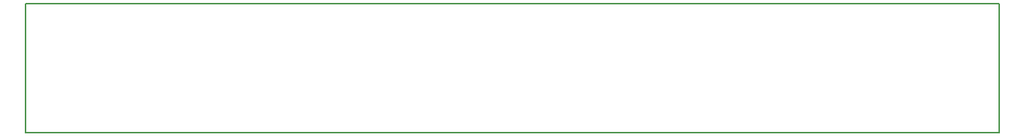
<source format=gbr>
G04 #@! TF.GenerationSoftware,KiCad,Pcbnew,(2018-02-08 revision b04b1dc)-master*
G04 #@! TF.CreationDate,2018-02-10T20:35:02-08:00*
G04 #@! TF.ProjectId,CAN Bus Hub,43414E20427573204875622E6B696361,1*
G04 #@! TF.SameCoordinates,Original*
G04 #@! TF.FileFunction,Profile,NP*
%FSLAX46Y46*%
G04 Gerber Fmt 4.6, Leading zero omitted, Abs format (unit mm)*
G04 Created by KiCad (PCBNEW (2018-02-08 revision b04b1dc)-master) date Saturday, February 10, 2018 at 08:35:02 PM*
%MOMM*%
%LPD*%
G01*
G04 APERTURE LIST*
%ADD10C,0.150000*%
%ADD11C,0.200000*%
G04 APERTURE END LIST*
D10*
X168000000Y-83000000D02*
X55000000Y-83000000D01*
X55000000Y-68000000D02*
X168000000Y-68000000D01*
X168000000Y-68000000D02*
X168000000Y-83000000D01*
D11*
X55000000Y-68000000D02*
X55000000Y-83000000D01*
M02*

</source>
